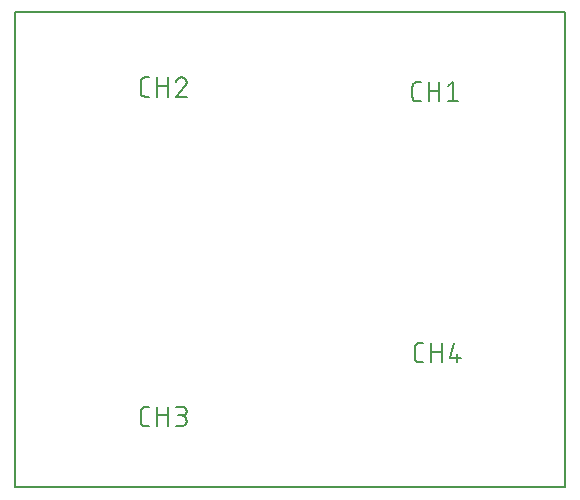
<source format=gto>
G75*
%MOIN*%
%OFA0B0*%
%FSLAX25Y25*%
%IPPOS*%
%LPD*%
%AMOC8*
5,1,8,0,0,1.08239X$1,22.5*
%
%ADD10C,0.00600*%
D10*
X0035757Y0001300D02*
X0035757Y0159568D01*
X0219221Y0159568D01*
X0219221Y0001300D01*
X0035757Y0001300D01*
X0077789Y0023101D02*
X0077789Y0026657D01*
X0077791Y0026731D01*
X0077797Y0026806D01*
X0077807Y0026879D01*
X0077820Y0026953D01*
X0077837Y0027025D01*
X0077859Y0027096D01*
X0077883Y0027167D01*
X0077912Y0027235D01*
X0077944Y0027303D01*
X0077980Y0027368D01*
X0078018Y0027431D01*
X0078061Y0027493D01*
X0078106Y0027552D01*
X0078154Y0027608D01*
X0078205Y0027663D01*
X0078259Y0027714D01*
X0078316Y0027762D01*
X0078375Y0027807D01*
X0078437Y0027850D01*
X0078500Y0027888D01*
X0078565Y0027924D01*
X0078633Y0027956D01*
X0078701Y0027985D01*
X0078772Y0028009D01*
X0078843Y0028031D01*
X0078915Y0028048D01*
X0078989Y0028061D01*
X0079062Y0028071D01*
X0079137Y0028077D01*
X0079211Y0028079D01*
X0080633Y0028079D01*
X0083138Y0028079D02*
X0083138Y0021679D01*
X0080633Y0021679D02*
X0079211Y0021679D01*
X0079137Y0021681D01*
X0079062Y0021687D01*
X0078989Y0021697D01*
X0078915Y0021710D01*
X0078843Y0021727D01*
X0078772Y0021749D01*
X0078701Y0021773D01*
X0078633Y0021802D01*
X0078565Y0021834D01*
X0078500Y0021870D01*
X0078437Y0021908D01*
X0078375Y0021951D01*
X0078316Y0021996D01*
X0078259Y0022044D01*
X0078205Y0022095D01*
X0078154Y0022149D01*
X0078106Y0022206D01*
X0078061Y0022265D01*
X0078018Y0022327D01*
X0077980Y0022390D01*
X0077944Y0022455D01*
X0077912Y0022523D01*
X0077883Y0022591D01*
X0077859Y0022662D01*
X0077837Y0022733D01*
X0077820Y0022805D01*
X0077807Y0022879D01*
X0077797Y0022952D01*
X0077791Y0023027D01*
X0077789Y0023101D01*
X0083138Y0025234D02*
X0086694Y0025234D01*
X0090208Y0025234D02*
X0091631Y0025234D01*
X0091631Y0025235D02*
X0091705Y0025237D01*
X0091780Y0025243D01*
X0091853Y0025253D01*
X0091927Y0025266D01*
X0091999Y0025283D01*
X0092070Y0025305D01*
X0092141Y0025329D01*
X0092209Y0025358D01*
X0092277Y0025390D01*
X0092342Y0025426D01*
X0092405Y0025464D01*
X0092467Y0025507D01*
X0092526Y0025552D01*
X0092583Y0025600D01*
X0092637Y0025651D01*
X0092688Y0025705D01*
X0092736Y0025762D01*
X0092781Y0025821D01*
X0092824Y0025883D01*
X0092862Y0025946D01*
X0092898Y0026011D01*
X0092930Y0026079D01*
X0092959Y0026147D01*
X0092983Y0026218D01*
X0093005Y0026289D01*
X0093022Y0026361D01*
X0093035Y0026435D01*
X0093045Y0026508D01*
X0093051Y0026583D01*
X0093053Y0026657D01*
X0093051Y0026731D01*
X0093045Y0026806D01*
X0093035Y0026879D01*
X0093022Y0026953D01*
X0093005Y0027025D01*
X0092983Y0027096D01*
X0092959Y0027167D01*
X0092930Y0027235D01*
X0092898Y0027303D01*
X0092862Y0027368D01*
X0092824Y0027431D01*
X0092781Y0027493D01*
X0092736Y0027552D01*
X0092688Y0027609D01*
X0092637Y0027663D01*
X0092583Y0027714D01*
X0092526Y0027762D01*
X0092467Y0027807D01*
X0092405Y0027850D01*
X0092342Y0027888D01*
X0092277Y0027924D01*
X0092209Y0027956D01*
X0092141Y0027985D01*
X0092070Y0028009D01*
X0091999Y0028031D01*
X0091927Y0028048D01*
X0091853Y0028061D01*
X0091780Y0028071D01*
X0091705Y0028077D01*
X0091631Y0028079D01*
X0089497Y0028079D01*
X0086694Y0028079D02*
X0086694Y0021679D01*
X0089497Y0021679D02*
X0091275Y0021679D01*
X0091358Y0021681D01*
X0091441Y0021687D01*
X0091524Y0021697D01*
X0091607Y0021710D01*
X0091688Y0021728D01*
X0091769Y0021749D01*
X0091848Y0021774D01*
X0091926Y0021803D01*
X0092003Y0021835D01*
X0092078Y0021871D01*
X0092152Y0021910D01*
X0092223Y0021953D01*
X0092293Y0021999D01*
X0092360Y0022049D01*
X0092425Y0022101D01*
X0092487Y0022156D01*
X0092547Y0022215D01*
X0092604Y0022276D01*
X0092658Y0022339D01*
X0092709Y0022405D01*
X0092756Y0022474D01*
X0092801Y0022544D01*
X0092842Y0022617D01*
X0092879Y0022691D01*
X0092914Y0022767D01*
X0092944Y0022845D01*
X0092971Y0022923D01*
X0092994Y0023004D01*
X0093014Y0023085D01*
X0093029Y0023167D01*
X0093041Y0023249D01*
X0093049Y0023332D01*
X0093053Y0023415D01*
X0093053Y0023499D01*
X0093049Y0023582D01*
X0093041Y0023665D01*
X0093029Y0023747D01*
X0093014Y0023829D01*
X0092994Y0023910D01*
X0092971Y0023991D01*
X0092944Y0024069D01*
X0092914Y0024147D01*
X0092879Y0024223D01*
X0092842Y0024297D01*
X0092801Y0024370D01*
X0092756Y0024440D01*
X0092709Y0024509D01*
X0092658Y0024575D01*
X0092604Y0024638D01*
X0092547Y0024699D01*
X0092487Y0024758D01*
X0092425Y0024813D01*
X0092360Y0024865D01*
X0092293Y0024915D01*
X0092223Y0024961D01*
X0092152Y0025004D01*
X0092078Y0025043D01*
X0092003Y0025079D01*
X0091926Y0025111D01*
X0091848Y0025140D01*
X0091769Y0025165D01*
X0091688Y0025186D01*
X0091607Y0025204D01*
X0091524Y0025217D01*
X0091441Y0025227D01*
X0091358Y0025233D01*
X0091275Y0025235D01*
X0169128Y0044361D02*
X0169128Y0047916D01*
X0169130Y0047990D01*
X0169136Y0048065D01*
X0169146Y0048138D01*
X0169159Y0048212D01*
X0169176Y0048284D01*
X0169198Y0048355D01*
X0169222Y0048426D01*
X0169251Y0048494D01*
X0169283Y0048562D01*
X0169319Y0048627D01*
X0169357Y0048690D01*
X0169400Y0048752D01*
X0169445Y0048811D01*
X0169493Y0048867D01*
X0169544Y0048922D01*
X0169598Y0048973D01*
X0169655Y0049021D01*
X0169714Y0049066D01*
X0169776Y0049109D01*
X0169839Y0049147D01*
X0169904Y0049183D01*
X0169972Y0049215D01*
X0170040Y0049244D01*
X0170111Y0049268D01*
X0170182Y0049290D01*
X0170254Y0049307D01*
X0170328Y0049320D01*
X0170401Y0049330D01*
X0170476Y0049336D01*
X0170550Y0049338D01*
X0170550Y0049339D02*
X0171972Y0049339D01*
X0174477Y0049339D02*
X0174477Y0042939D01*
X0171972Y0042939D02*
X0170550Y0042939D01*
X0170476Y0042941D01*
X0170401Y0042947D01*
X0170328Y0042957D01*
X0170254Y0042970D01*
X0170182Y0042987D01*
X0170111Y0043009D01*
X0170040Y0043033D01*
X0169972Y0043062D01*
X0169904Y0043094D01*
X0169839Y0043130D01*
X0169776Y0043168D01*
X0169714Y0043211D01*
X0169655Y0043256D01*
X0169598Y0043304D01*
X0169544Y0043355D01*
X0169493Y0043409D01*
X0169445Y0043466D01*
X0169400Y0043525D01*
X0169357Y0043587D01*
X0169319Y0043650D01*
X0169283Y0043715D01*
X0169251Y0043783D01*
X0169222Y0043851D01*
X0169198Y0043922D01*
X0169176Y0043993D01*
X0169159Y0044065D01*
X0169146Y0044139D01*
X0169136Y0044212D01*
X0169130Y0044287D01*
X0169128Y0044361D01*
X0174477Y0046494D02*
X0178032Y0046494D01*
X0180836Y0044361D02*
X0184391Y0044361D01*
X0183325Y0045783D02*
X0183325Y0042939D01*
X0180836Y0044361D02*
X0182258Y0049339D01*
X0178032Y0049339D02*
X0178032Y0042939D01*
X0177245Y0129946D02*
X0177245Y0136346D01*
X0180048Y0134924D02*
X0181826Y0136346D01*
X0181826Y0129946D01*
X0180048Y0129946D02*
X0183604Y0129946D01*
X0177245Y0133502D02*
X0173689Y0133502D01*
X0169762Y0136346D02*
X0169688Y0136344D01*
X0169613Y0136338D01*
X0169540Y0136328D01*
X0169466Y0136315D01*
X0169394Y0136298D01*
X0169323Y0136276D01*
X0169252Y0136252D01*
X0169184Y0136223D01*
X0169116Y0136191D01*
X0169051Y0136155D01*
X0168988Y0136117D01*
X0168926Y0136074D01*
X0168867Y0136029D01*
X0168810Y0135981D01*
X0168756Y0135930D01*
X0168705Y0135875D01*
X0168657Y0135819D01*
X0168612Y0135760D01*
X0168569Y0135698D01*
X0168531Y0135635D01*
X0168495Y0135570D01*
X0168463Y0135502D01*
X0168434Y0135434D01*
X0168410Y0135363D01*
X0168388Y0135292D01*
X0168371Y0135220D01*
X0168358Y0135146D01*
X0168348Y0135073D01*
X0168342Y0134998D01*
X0168340Y0134924D01*
X0168340Y0131369D01*
X0168342Y0131295D01*
X0168348Y0131220D01*
X0168358Y0131147D01*
X0168371Y0131073D01*
X0168388Y0131001D01*
X0168410Y0130930D01*
X0168434Y0130859D01*
X0168463Y0130791D01*
X0168495Y0130723D01*
X0168531Y0130658D01*
X0168569Y0130595D01*
X0168612Y0130533D01*
X0168657Y0130474D01*
X0168705Y0130417D01*
X0168756Y0130363D01*
X0168810Y0130312D01*
X0168867Y0130264D01*
X0168926Y0130219D01*
X0168988Y0130176D01*
X0169051Y0130138D01*
X0169116Y0130102D01*
X0169184Y0130070D01*
X0169252Y0130041D01*
X0169323Y0130017D01*
X0169394Y0129995D01*
X0169466Y0129978D01*
X0169540Y0129965D01*
X0169613Y0129955D01*
X0169688Y0129949D01*
X0169762Y0129947D01*
X0169762Y0129946D02*
X0171185Y0129946D01*
X0173689Y0129946D02*
X0173689Y0136346D01*
X0171185Y0136346D02*
X0169762Y0136346D01*
X0093053Y0131521D02*
X0089497Y0131521D01*
X0092519Y0135077D01*
X0091453Y0137922D02*
X0091364Y0137920D01*
X0091275Y0137914D01*
X0091186Y0137905D01*
X0091098Y0137891D01*
X0091011Y0137874D01*
X0090924Y0137853D01*
X0090838Y0137828D01*
X0090754Y0137800D01*
X0090671Y0137767D01*
X0090589Y0137732D01*
X0090509Y0137692D01*
X0090431Y0137650D01*
X0090354Y0137604D01*
X0090280Y0137555D01*
X0090208Y0137502D01*
X0090138Y0137447D01*
X0090071Y0137388D01*
X0090006Y0137327D01*
X0089944Y0137263D01*
X0089885Y0137196D01*
X0089829Y0137127D01*
X0089776Y0137055D01*
X0089726Y0136981D01*
X0089679Y0136905D01*
X0089636Y0136828D01*
X0089596Y0136748D01*
X0089559Y0136667D01*
X0089526Y0136584D01*
X0089497Y0136499D01*
X0092520Y0135076D02*
X0092577Y0135134D01*
X0092633Y0135195D01*
X0092685Y0135258D01*
X0092734Y0135323D01*
X0092780Y0135391D01*
X0092822Y0135461D01*
X0092862Y0135533D01*
X0092897Y0135606D01*
X0092930Y0135682D01*
X0092958Y0135758D01*
X0092983Y0135836D01*
X0093004Y0135915D01*
X0093022Y0135995D01*
X0093035Y0136076D01*
X0093045Y0136157D01*
X0093051Y0136239D01*
X0093053Y0136321D01*
X0093051Y0136400D01*
X0093045Y0136478D01*
X0093036Y0136556D01*
X0093022Y0136633D01*
X0093005Y0136710D01*
X0092984Y0136785D01*
X0092959Y0136860D01*
X0092931Y0136933D01*
X0092899Y0137005D01*
X0092864Y0137075D01*
X0092825Y0137144D01*
X0092783Y0137210D01*
X0092738Y0137274D01*
X0092690Y0137336D01*
X0092639Y0137395D01*
X0092584Y0137452D01*
X0092527Y0137507D01*
X0092468Y0137558D01*
X0092406Y0137606D01*
X0092342Y0137651D01*
X0092276Y0137693D01*
X0092207Y0137732D01*
X0092137Y0137767D01*
X0092065Y0137799D01*
X0091992Y0137827D01*
X0091917Y0137852D01*
X0091842Y0137873D01*
X0091765Y0137890D01*
X0091688Y0137904D01*
X0091610Y0137913D01*
X0091532Y0137919D01*
X0091453Y0137921D01*
X0086694Y0137921D02*
X0086694Y0131521D01*
X0086694Y0135077D02*
X0083138Y0135077D01*
X0079211Y0137921D02*
X0079137Y0137919D01*
X0079062Y0137913D01*
X0078989Y0137903D01*
X0078915Y0137890D01*
X0078843Y0137873D01*
X0078772Y0137851D01*
X0078701Y0137827D01*
X0078633Y0137798D01*
X0078565Y0137766D01*
X0078500Y0137730D01*
X0078437Y0137692D01*
X0078375Y0137649D01*
X0078316Y0137604D01*
X0078259Y0137556D01*
X0078205Y0137505D01*
X0078154Y0137450D01*
X0078106Y0137394D01*
X0078061Y0137335D01*
X0078018Y0137273D01*
X0077980Y0137210D01*
X0077944Y0137145D01*
X0077912Y0137077D01*
X0077883Y0137009D01*
X0077859Y0136938D01*
X0077837Y0136867D01*
X0077820Y0136795D01*
X0077807Y0136721D01*
X0077797Y0136648D01*
X0077791Y0136573D01*
X0077789Y0136499D01*
X0077789Y0132943D01*
X0077791Y0132869D01*
X0077797Y0132794D01*
X0077807Y0132721D01*
X0077820Y0132647D01*
X0077837Y0132575D01*
X0077859Y0132504D01*
X0077883Y0132433D01*
X0077912Y0132365D01*
X0077944Y0132297D01*
X0077980Y0132232D01*
X0078018Y0132169D01*
X0078061Y0132107D01*
X0078106Y0132048D01*
X0078154Y0131991D01*
X0078205Y0131937D01*
X0078259Y0131886D01*
X0078316Y0131838D01*
X0078375Y0131793D01*
X0078437Y0131750D01*
X0078500Y0131712D01*
X0078565Y0131676D01*
X0078633Y0131644D01*
X0078701Y0131615D01*
X0078772Y0131591D01*
X0078843Y0131569D01*
X0078915Y0131552D01*
X0078989Y0131539D01*
X0079062Y0131529D01*
X0079137Y0131523D01*
X0079211Y0131521D01*
X0080633Y0131521D01*
X0083138Y0131521D02*
X0083138Y0137921D01*
X0080633Y0137921D02*
X0079211Y0137921D01*
M02*

</source>
